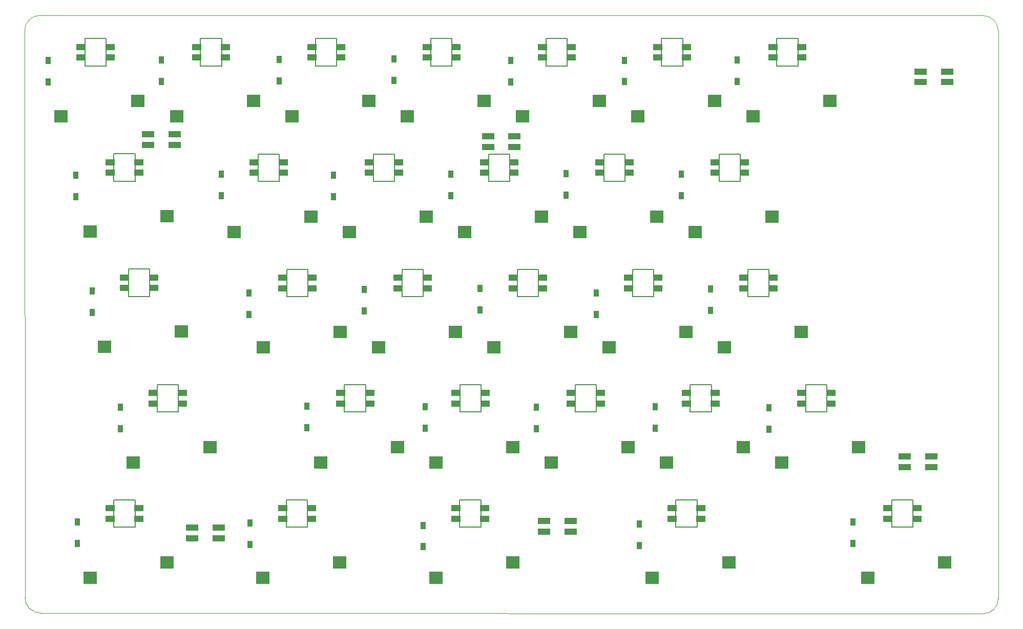
<source format=gbp>
G04 #@! TF.GenerationSoftware,KiCad,Pcbnew,(6.0.7)*
G04 #@! TF.CreationDate,2022-08-10T15:43:25+00:00*
G04 #@! TF.ProjectId,zzsplit,7a7a7370-6c69-4742-9e6b-696361645f70,rev?*
G04 #@! TF.SameCoordinates,Original*
G04 #@! TF.FileFunction,Paste,Bot*
G04 #@! TF.FilePolarity,Positive*
%FSLAX46Y46*%
G04 Gerber Fmt 4.6, Leading zero omitted, Abs format (unit mm)*
G04 Created by KiCad (PCBNEW (6.0.7)) date 2022-08-10 15:43:25*
%MOMM*%
%LPD*%
G01*
G04 APERTURE LIST*
G04 #@! TA.AperFunction,Profile*
%ADD10C,0.150000*%
G04 #@! TD*
G04 #@! TA.AperFunction,Profile*
%ADD11C,0.100000*%
G04 #@! TD*
%ADD12R,0.950000X1.300000*%
%ADD13R,2.000000X1.000000*%
%ADD14R,1.600000X1.000000*%
%ADD15R,2.300000X2.000000*%
G04 APERTURE END LIST*
D10*
X127620000Y-104490000D02*
X131120000Y-104490000D01*
X70460000Y-128070000D02*
X70460000Y-123570000D01*
X151440000Y-66360000D02*
X154940000Y-66360000D01*
X65690000Y-51800000D02*
X65690000Y-47300000D01*
X135890000Y-66360000D02*
X135890000Y-70860000D01*
D11*
X58200000Y-43460000D02*
X214110000Y-43490001D01*
D10*
X72850000Y-85400000D02*
X76350000Y-85400000D01*
X154940000Y-70860000D02*
X151440000Y-70860000D01*
D11*
X55740000Y-139720000D02*
G75*
G03*
X58240000Y-142220000I2500000J0D01*
G01*
D10*
X164450000Y-47300000D02*
X164450000Y-51800000D01*
X165700000Y-108980000D02*
X165700000Y-104480000D01*
X107290000Y-51800000D02*
X103790000Y-51800000D01*
X166830000Y-123540000D02*
X166830000Y-128040000D01*
X141890000Y-51800000D02*
X141890000Y-47300000D01*
X199040000Y-123550000D02*
X202540000Y-123550000D01*
X65690000Y-47300000D02*
X69190000Y-47300000D01*
X131120000Y-104490000D02*
X131120000Y-108990000D01*
X160950000Y-47300000D02*
X164450000Y-47300000D01*
X121600000Y-89930000D02*
X118100000Y-89930000D01*
X169200000Y-108980000D02*
X165700000Y-108980000D01*
X180000000Y-51800000D02*
X180000000Y-47300000D01*
X84750000Y-47300000D02*
X88250000Y-47300000D01*
X132390000Y-66360000D02*
X135890000Y-66360000D01*
X99050000Y-89930000D02*
X99050000Y-85430000D01*
X97790000Y-66360000D02*
X97790000Y-70860000D01*
X163330000Y-128040000D02*
X163330000Y-123540000D01*
D11*
X216600019Y-45990000D02*
X216630000Y-139850000D01*
D10*
X154940000Y-66360000D02*
X154940000Y-70860000D01*
X73960000Y-123570000D02*
X73960000Y-128070000D01*
X116830000Y-66360000D02*
X116830000Y-70860000D01*
X151440000Y-70860000D02*
X151440000Y-66360000D01*
X99050000Y-85430000D02*
X102550000Y-85430000D01*
X103790000Y-47300000D02*
X107290000Y-47300000D01*
X113330000Y-70860000D02*
X113330000Y-66360000D01*
X77610000Y-104520000D02*
X81110000Y-104520000D01*
X112060000Y-104500000D02*
X112060000Y-109000000D01*
X69190000Y-47300000D02*
X69190000Y-51800000D01*
X140650000Y-85420000D02*
X140650000Y-89920000D01*
X107290000Y-47300000D02*
X107290000Y-51800000D01*
X146670000Y-108990000D02*
X146670000Y-104490000D01*
X84750000Y-51800000D02*
X84750000Y-47300000D01*
X116830000Y-70860000D02*
X113330000Y-70860000D01*
X118100000Y-85430000D02*
X121600000Y-85430000D01*
X170490000Y-66360000D02*
X173990000Y-66360000D01*
X118100000Y-89930000D02*
X118100000Y-85430000D01*
X127610000Y-128050000D02*
X127610000Y-123550000D01*
X88250000Y-47300000D02*
X88250000Y-51800000D01*
X126340000Y-47300000D02*
X126340000Y-51800000D01*
X94290000Y-70860000D02*
X94290000Y-66360000D01*
X103790000Y-51800000D02*
X103790000Y-47300000D01*
X98960000Y-123560000D02*
X102460000Y-123560000D01*
X180000000Y-47300000D02*
X183500000Y-47300000D01*
X159700000Y-85420000D02*
X159700000Y-89920000D01*
X102550000Y-89930000D02*
X99050000Y-89930000D01*
X102460000Y-128060000D02*
X98960000Y-128060000D01*
X173990000Y-66360000D02*
X173990000Y-70860000D01*
X173990000Y-70860000D02*
X170490000Y-70860000D01*
X183500000Y-47300000D02*
X183500000Y-51800000D01*
X131110000Y-123550000D02*
X131110000Y-128050000D01*
D11*
X214109920Y-142359980D02*
X58240000Y-142220000D01*
D10*
X178750000Y-85430000D02*
X178750000Y-89930000D01*
X97790000Y-70860000D02*
X94290000Y-70860000D01*
D11*
X55700000Y-45960000D02*
X55740000Y-139720000D01*
D10*
X72850000Y-89900000D02*
X72850000Y-85400000D01*
X150170000Y-108990000D02*
X146670000Y-108990000D01*
X188270000Y-104490000D02*
X188270000Y-108990000D01*
X70460000Y-123570000D02*
X73960000Y-123570000D01*
X175250000Y-85430000D02*
X178750000Y-85430000D01*
X81110000Y-109020000D02*
X77610000Y-109020000D01*
X98960000Y-128060000D02*
X98960000Y-123560000D01*
X156200000Y-89920000D02*
X156200000Y-85420000D01*
X132390000Y-70860000D02*
X132390000Y-66360000D01*
X73950000Y-70850000D02*
X70450000Y-70850000D01*
X146670000Y-104490000D02*
X150170000Y-104490000D01*
X122840000Y-51800000D02*
X122840000Y-47300000D01*
X112060000Y-109000000D02*
X108560000Y-109000000D01*
X202540000Y-128050000D02*
X199040000Y-128050000D01*
X70450000Y-66350000D02*
X73950000Y-66350000D01*
X126340000Y-51800000D02*
X122840000Y-51800000D01*
X122840000Y-47300000D02*
X126340000Y-47300000D01*
X131120000Y-108990000D02*
X127620000Y-108990000D01*
X121600000Y-85430000D02*
X121600000Y-89930000D01*
X108560000Y-104500000D02*
X112060000Y-104500000D01*
X165700000Y-104480000D02*
X169200000Y-104480000D01*
X113330000Y-66360000D02*
X116830000Y-66360000D01*
X108560000Y-109000000D02*
X108560000Y-104500000D01*
X94290000Y-66360000D02*
X97790000Y-66360000D01*
X73950000Y-66350000D02*
X73950000Y-70850000D01*
D11*
X214109920Y-142359980D02*
G75*
G03*
X216630000Y-139850000I10080J2509980D01*
G01*
D10*
X102550000Y-85430000D02*
X102550000Y-89930000D01*
X202540000Y-123550000D02*
X202540000Y-128050000D01*
X156200000Y-85420000D02*
X159700000Y-85420000D01*
X127610000Y-123550000D02*
X131110000Y-123550000D01*
X164450000Y-51800000D02*
X160950000Y-51800000D01*
X141890000Y-47300000D02*
X145390000Y-47300000D01*
X76350000Y-89900000D02*
X72850000Y-89900000D01*
D11*
X216600019Y-45990000D02*
G75*
G03*
X214110000Y-43490001I-2500019J0D01*
G01*
D10*
X137150000Y-85420000D02*
X140650000Y-85420000D01*
X140650000Y-89920000D02*
X137150000Y-89920000D01*
X76350000Y-85400000D02*
X76350000Y-89900000D01*
X102460000Y-123560000D02*
X102460000Y-128060000D01*
X178750000Y-89930000D02*
X175250000Y-89930000D01*
X145390000Y-47300000D02*
X145390000Y-51800000D01*
X73960000Y-128070000D02*
X70460000Y-128070000D01*
X159700000Y-89920000D02*
X156200000Y-89920000D01*
X184770000Y-108990000D02*
X184770000Y-104490000D01*
X137150000Y-89920000D02*
X137150000Y-85420000D01*
X169200000Y-104480000D02*
X169200000Y-108980000D01*
X183500000Y-51800000D02*
X180000000Y-51800000D01*
X170490000Y-70860000D02*
X170490000Y-66360000D01*
X166830000Y-128040000D02*
X163330000Y-128040000D01*
X70450000Y-70850000D02*
X70450000Y-66350000D01*
X175250000Y-89930000D02*
X175250000Y-85430000D01*
X188270000Y-108990000D02*
X184770000Y-108990000D01*
X184770000Y-104490000D02*
X188270000Y-104490000D01*
X81110000Y-104520000D02*
X81110000Y-109020000D01*
X160950000Y-51800000D02*
X160950000Y-47300000D01*
X135890000Y-70860000D02*
X132390000Y-70860000D01*
X150170000Y-104490000D02*
X150170000Y-108990000D01*
X131110000Y-128050000D02*
X127610000Y-128050000D01*
X69190000Y-51800000D02*
X65690000Y-51800000D01*
X145390000Y-51800000D02*
X141890000Y-51800000D01*
D11*
X58200000Y-43460000D02*
G75*
G03*
X55700000Y-45960000I0J-2500000D01*
G01*
D10*
X88250000Y-51800000D02*
X84750000Y-51800000D01*
X77610000Y-109020000D02*
X77610000Y-104520000D01*
X163330000Y-123540000D02*
X166830000Y-123540000D01*
X127620000Y-108990000D02*
X127620000Y-104490000D01*
X199040000Y-128050000D02*
X199040000Y-123550000D01*
D12*
X157270000Y-131055000D03*
X157270000Y-127505000D03*
D13*
X132270000Y-65215000D03*
X132270000Y-63465000D03*
X136670000Y-63465000D03*
X136670000Y-65215000D03*
D14*
X77000000Y-88525001D03*
X77000000Y-86775001D03*
X72200000Y-86775001D03*
X72200000Y-88525001D03*
D15*
X81600000Y-95730001D03*
X68900000Y-98270001D03*
D14*
X188920000Y-107615000D03*
X188920000Y-105865000D03*
X184120000Y-105865000D03*
X184120000Y-107615000D03*
D15*
X193520000Y-114820000D03*
X180820000Y-117360000D03*
D14*
X136540000Y-69485000D03*
X136540000Y-67735000D03*
X131740000Y-67735000D03*
X131740000Y-69485000D03*
D15*
X141140000Y-76690000D03*
X128440000Y-79230000D03*
D12*
X121860000Y-111725000D03*
X121860000Y-108175000D03*
D14*
X160350000Y-88555000D03*
X160350000Y-86805000D03*
X155550000Y-86805000D03*
X155550000Y-88555000D03*
D15*
X164950000Y-95760000D03*
X152250000Y-98300000D03*
D13*
X141532100Y-128805000D03*
X141532100Y-127055000D03*
X145932100Y-127055000D03*
X145932100Y-128805000D03*
D12*
X97780000Y-54300000D03*
X97780000Y-50750000D03*
X92760000Y-92870000D03*
X92760000Y-89320000D03*
X126150000Y-73250000D03*
X126150000Y-69700000D03*
X136000000Y-54435000D03*
X136000000Y-50885000D03*
X92950000Y-130885000D03*
X92950000Y-127335000D03*
D14*
X203190000Y-126675000D03*
X203190000Y-124925000D03*
X198390000Y-124925000D03*
X198390000Y-126675000D03*
D15*
X207790000Y-133880000D03*
X195090000Y-136420000D03*
D12*
X88200000Y-73290000D03*
X88200000Y-69740000D03*
D14*
X169850000Y-107605000D03*
X169850000Y-105855000D03*
X165050000Y-105855000D03*
X165050000Y-107605000D03*
D15*
X174450000Y-114810000D03*
X161750000Y-117350000D03*
D14*
X69840000Y-50425000D03*
X69840000Y-48675000D03*
X65040000Y-48675000D03*
X65040000Y-50425000D03*
D15*
X74440000Y-57630000D03*
X61740000Y-60170000D03*
D12*
X140310000Y-111765000D03*
X140310000Y-108215000D03*
X169070000Y-92185000D03*
X169070000Y-88635000D03*
X130950000Y-92145000D03*
X130950000Y-88595000D03*
D13*
X203780000Y-54495000D03*
X203780000Y-52745000D03*
X208180000Y-52745000D03*
X208180000Y-54495000D03*
D12*
X173440000Y-54360000D03*
X173440000Y-50810000D03*
X102330000Y-111600000D03*
X102330000Y-108050000D03*
X192570000Y-130755000D03*
X192570000Y-127205000D03*
X164200000Y-73220000D03*
X164200000Y-69670000D03*
D14*
X184145000Y-50425000D03*
X184145000Y-48675000D03*
X179345000Y-48675000D03*
X179345000Y-50425000D03*
D15*
X188745000Y-57630000D03*
X176045000Y-60170000D03*
D12*
X159950000Y-111695000D03*
X159950000Y-108145000D03*
X106780000Y-73420000D03*
X106780000Y-69870000D03*
D14*
X179400000Y-88555000D03*
X179400000Y-86805000D03*
X174600000Y-86805000D03*
X174600000Y-88555000D03*
D15*
X184000000Y-95760000D03*
X171300000Y-98300000D03*
D14*
X167480000Y-126665000D03*
X167480000Y-124915000D03*
X162680000Y-124915000D03*
X162680000Y-126665000D03*
D15*
X172080000Y-133870000D03*
X159380000Y-136410000D03*
D12*
X66870000Y-92595000D03*
X66870000Y-89045000D03*
D14*
X155590000Y-69485000D03*
X155590000Y-67735000D03*
X150790000Y-67735000D03*
X150790000Y-69485000D03*
D15*
X160190000Y-76690000D03*
X147490000Y-79230000D03*
D14*
X174640000Y-69485000D03*
X174640000Y-67735000D03*
X169840000Y-67735000D03*
X169840000Y-69485000D03*
D15*
X179240000Y-76690000D03*
X166540000Y-79230000D03*
D13*
X205540000Y-116375000D03*
X205540000Y-118125000D03*
X201140000Y-118125000D03*
X201140000Y-116375000D03*
D14*
X141300000Y-88555000D03*
X141300000Y-86805000D03*
X136500000Y-86805000D03*
X136500000Y-88555000D03*
D15*
X145900000Y-95760000D03*
X133200000Y-98300000D03*
D14*
X126995000Y-50425000D03*
X126995000Y-48675000D03*
X122195000Y-48675000D03*
X122195000Y-50425000D03*
D15*
X131595000Y-57630000D03*
X118895000Y-60170000D03*
D14*
X74600000Y-69465000D03*
X74600000Y-67715000D03*
X69800000Y-67715000D03*
X69800000Y-69465000D03*
D15*
X79200000Y-76670000D03*
X66500000Y-79210000D03*
D12*
X64180000Y-73445000D03*
X64180000Y-69895000D03*
D13*
X76122100Y-64845000D03*
X76122100Y-63095000D03*
X80522100Y-63095000D03*
X80522100Y-64845000D03*
D12*
X111820000Y-92315000D03*
X111820000Y-88765000D03*
X121590000Y-131295000D03*
X121590000Y-127745000D03*
D14*
X150820000Y-107615000D03*
X150820000Y-105865000D03*
X146020000Y-105865000D03*
X146020000Y-107615000D03*
D15*
X155420000Y-114820000D03*
X142720000Y-117360000D03*
D14*
X81760000Y-107645000D03*
X81760000Y-105895000D03*
X76960000Y-105895000D03*
X76960000Y-107645000D03*
D15*
X86360000Y-114850000D03*
X73660000Y-117390000D03*
D14*
X131770000Y-107615000D03*
X131770000Y-105865000D03*
X126970000Y-105865000D03*
X126970000Y-107615000D03*
D15*
X136370000Y-114820000D03*
X123670000Y-117360000D03*
D14*
X74610000Y-126695001D03*
X74610000Y-124945001D03*
X69810000Y-124945001D03*
X69810000Y-126695001D03*
D15*
X79210000Y-133900001D03*
X66510000Y-136440001D03*
D12*
X64410000Y-130765000D03*
X64410000Y-127215000D03*
D13*
X83362100Y-129875000D03*
X83362100Y-128125000D03*
X87762100Y-128125000D03*
X87762100Y-129875000D03*
D12*
X178740000Y-111865000D03*
X178740000Y-108315000D03*
X154850000Y-54415000D03*
X154850000Y-50865000D03*
X145170000Y-73190000D03*
X145170000Y-69640000D03*
D14*
X122250000Y-88555000D03*
X122250000Y-86805000D03*
X117450000Y-86805000D03*
X117450000Y-88555000D03*
D15*
X126850000Y-95760000D03*
X114150000Y-98300000D03*
D14*
X165095000Y-50425000D03*
X165095000Y-48675000D03*
X160295000Y-48675000D03*
X160295000Y-50425000D03*
D15*
X169695000Y-57630000D03*
X156995000Y-60170000D03*
D14*
X107945000Y-50425000D03*
X107945000Y-48675000D03*
X103145000Y-48675000D03*
X103145000Y-50425000D03*
D15*
X112545000Y-57630000D03*
X99845000Y-60170000D03*
D14*
X131760000Y-126675000D03*
X131760000Y-124925000D03*
X126960000Y-124925000D03*
X126960000Y-126675000D03*
D15*
X136360000Y-133880000D03*
X123660000Y-136420000D03*
D14*
X98440000Y-69485000D03*
X98440000Y-67735000D03*
X93640000Y-67735000D03*
X93640000Y-69485000D03*
D15*
X103040000Y-76690000D03*
X90340000Y-79230000D03*
D14*
X88895000Y-50425000D03*
X88895000Y-48675000D03*
X84095000Y-48675000D03*
X84095000Y-50425000D03*
D15*
X93495000Y-57630000D03*
X80795000Y-60170000D03*
D14*
X103120000Y-126685000D03*
X103120000Y-124935000D03*
X98320000Y-124935000D03*
X98320000Y-126685000D03*
D15*
X107720000Y-133890000D03*
X95020000Y-136430000D03*
D12*
X116770000Y-54180000D03*
X116770000Y-50630000D03*
X78280000Y-54350000D03*
X78280000Y-50800000D03*
X150210000Y-92895000D03*
X150210000Y-89345000D03*
D14*
X112720000Y-107615000D03*
X112720000Y-105865000D03*
X107920000Y-105865000D03*
X107920000Y-107615000D03*
D15*
X117320000Y-114820000D03*
X104620000Y-117360000D03*
D14*
X146045000Y-50425000D03*
X146045000Y-48675000D03*
X141245000Y-48675000D03*
X141245000Y-50425000D03*
D15*
X150645000Y-57630000D03*
X137945000Y-60170000D03*
D14*
X103200000Y-88555000D03*
X103200000Y-86805000D03*
X98400000Y-86805000D03*
X98400000Y-88555000D03*
D15*
X107800000Y-95760000D03*
X95100000Y-98300000D03*
D12*
X71480000Y-111740000D03*
X71480000Y-108190000D03*
X59570000Y-54490000D03*
X59570000Y-50940000D03*
D14*
X117490000Y-69485000D03*
X117490000Y-67735000D03*
X112690000Y-67735000D03*
X112690000Y-69485000D03*
D15*
X122090000Y-76690000D03*
X109390000Y-79230000D03*
M02*

</source>
